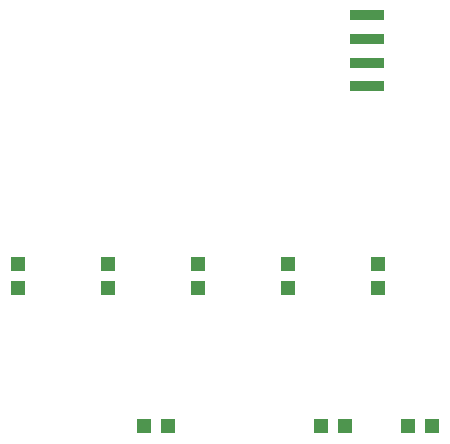
<source format=gtp>
G75*
G70*
%OFA0B0*%
%FSLAX24Y24*%
%IPPOS*%
%LPD*%
%AMOC8*
5,1,8,0,0,1.08239X$1,22.5*
%
%ADD10R,0.0500X0.0500*%
%ADD11R,0.1181X0.0354*%
D10*
X006752Y008154D03*
X006752Y008954D03*
X009752Y008954D03*
X009752Y008154D03*
X012752Y008154D03*
X012752Y008954D03*
X015752Y008954D03*
X015752Y008154D03*
X018752Y008154D03*
X018752Y008954D03*
X019752Y003554D03*
X020552Y003554D03*
X017652Y003554D03*
X016852Y003554D03*
X011752Y003554D03*
X010952Y003554D03*
D11*
X018394Y014873D03*
X018394Y015661D03*
X018394Y016448D03*
X018394Y017235D03*
M02*

</source>
